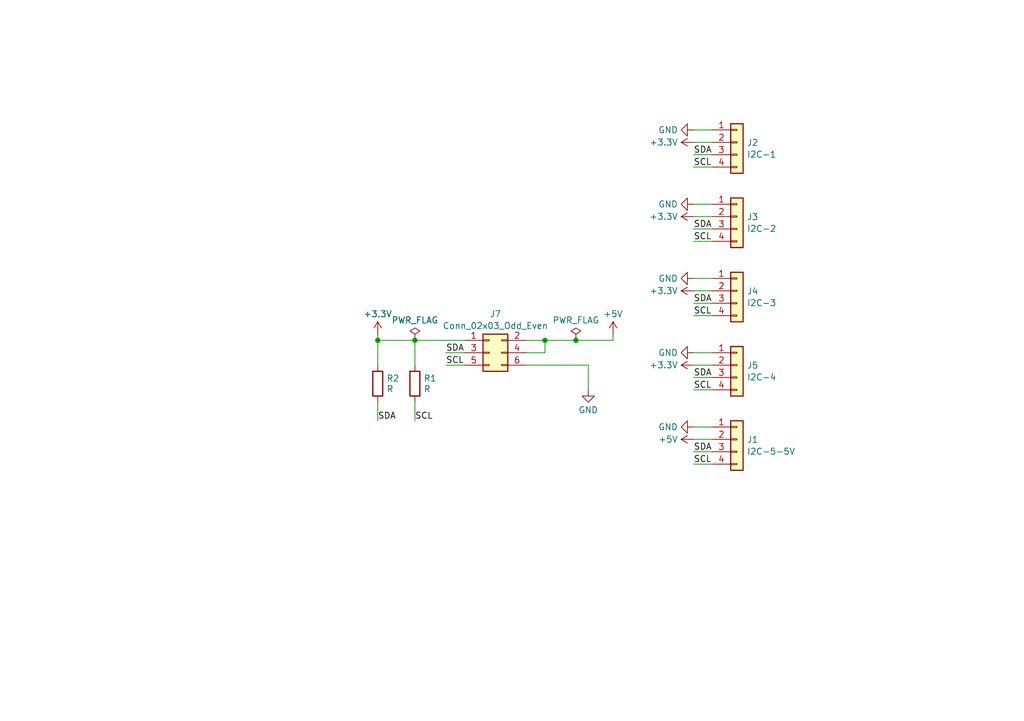
<source format=kicad_sch>
(kicad_sch (version 20231120) (generator "eeschema") (generator_version "8.0")
  (paper "A5")
  (title_block (title "Raspberry Pi I2C Expander") (date "2024-03-20") (rev "0.1"))
  (lib_symbols
    (symbol "Connector_Generic:Conn_01x04" (pin_names (offset 1.016) hide)
      (property "Reference" "J" (at 0 5.08 0))
      (property "Value" "Conn_01x04" (at 0 -7.62 0))
      (symbol "Conn_01x04_1_1"
        (rectangle (start -1.27 -4.953) (end 0 -5.207) (stroke (width 0.1524)))
        (rectangle (start -1.27 -2.413) (end 0 -2.667) (stroke (width 0.1524)))
        (rectangle (start -1.27 0.127) (end 0 -0.127) (stroke (width 0.1524)))
        (rectangle (start -1.27 2.667) (end 0 2.413) (stroke (width 0.1524)))
        (rectangle (start -1.27 3.81) (end 1.27 -6.35) (stroke (width 0.254)) (fill (type background)))
        (pin passive line (at -5.08 2.54 0) (length 3.81) (name "Pin_1") (number "1"))
        (pin passive line (at -5.08 0 0) (length 3.81) (name "Pin_2") (number "2"))
        (pin passive line (at -5.08 -2.54 0) (length 3.81) (name "Pin_3") (number "3"))
        (pin passive line (at -5.08 -5.08 0) (length 3.81) (name "Pin_4") (number "4"))
      )
    )
    (symbol "Connector_Generic:Conn_02x03_Odd_Even" (pin_names (offset 1.016) hide)
      (property "Reference" "J" (at 1.27 5.08 0))
      (property "Value" "Conn_02x03_Odd_Even" (at 1.27 -5.08 0))
      (symbol "Conn_02x03_Odd_Even_1_1"
        (rectangle (start -1.27 -2.413) (end 0 -2.667) (stroke (width 0.1524)))
        (rectangle (start -1.27 0.127) (end 0 -0.127) (stroke (width 0.1524)))
        (rectangle (start -1.27 2.667) (end 0 2.413) (stroke (width 0.1524)))
        (rectangle (start -1.27 3.81) (end 3.81 -3.81) (stroke (width 0.254)) (fill (type background)))
        (rectangle (start 3.81 -2.413) (end 2.54 -2.667) (stroke (width 0.1524)))
        (rectangle (start 3.81 0.127) (end 2.54 -0.127) (stroke (width 0.1524)))
        (rectangle (start 3.81 2.667) (end 2.54 2.413) (stroke (width 0.1524)))
        (pin passive line (at -5.08 2.54 0) (length 3.81) (name "Pin_1") (number "1"))
        (pin passive line (at 7.62 2.54 180) (length 3.81) (name "Pin_2") (number "2"))
        (pin passive line (at -5.08 0 0) (length 3.81) (name "Pin_3") (number "3"))
        (pin passive line (at 7.62 0 180) (length 3.81) (name "Pin_4") (number "4"))
        (pin passive line (at -5.08 -2.54 0) (length 3.81) (name "Pin_5") (number "5"))
        (pin passive line (at 7.62 -2.54 180) (length 3.81) (name "Pin_6") (number "6"))
      )
    )
    (symbol "Device:R" (pin_numbers hide) (pin_names (offset 0))
      (property "Reference" "R" (at 2.032 0 90))
      (property "Value" "R" (at 0 0 90))
      (symbol "R_0_1"
        (rectangle (start -1.016 -2.54) (end 1.016 2.54) (stroke (width 0.254)))
      )
      (symbol "R_1_1"
        (pin passive line (at 0 3.81 270) (length 1.27) (name "~") (number "1"))
        (pin passive line (at 0 -3.81 90) (length 1.27) (name "~") (number "2"))
      )
    )
    (symbol "power:+3.3V" (power) (pin_numbers hide) (pin_names (offset 0) hide)
      (property "Value" "+3.3V" (at 0 3.556 0))
      (symbol "+3.3V_0_1"
        (polyline (pts (xy -0.762 1.27) (xy 0 2.54)))
        (polyline (pts (xy 0 0) (xy 0 2.54)))
        (polyline (pts (xy 0 2.54) (xy 0.762 1.27)))
      )
      (symbol "+3.3V_1_1"
        (pin power_in line (at 0 0 90) (length 0) (name "~") (number "1"))
      )
    )
    (symbol "power:+5V" (power) (pin_numbers hide) (pin_names (offset 0) hide)
      (property "Value" "+5V" (at 0 3.556 0))
      (symbol "+5V_0_1"
        (polyline (pts (xy -0.762 1.27) (xy 0 2.54)))
        (polyline (pts (xy 0 0) (xy 0 2.54)))
        (polyline (pts (xy 0 2.54) (xy 0.762 1.27)))
      )
      (symbol "+5V_1_1"
        (pin power_in line (at 0 0 90) (length 0) (name "~") (number "1"))
      )
    )
    (symbol "power:GND" (power) (pin_numbers hide) (pin_names (offset 0) hide)
      (property "Value" "GND" (at 0 -3.81 0))
      (symbol "GND_0_1"
        (polyline (pts (xy 0 0) (xy 0 -1.27) (xy 1.27 -1.27) (xy 0 -2.54) (xy -1.27 -1.27) (xy 0 -1.27)))
      )
      (symbol "GND_1_1"
        (pin power_in line (at 0 0 270) (length 0) (name "~") (number "1"))
      )
    )
    (symbol "power:PWR_FLAG" (power) (pin_numbers hide) (pin_names (offset 0) hide)
      (property "Value" "PWR_FLAG" (at 0 3.81 0))
      (symbol "PWR_FLAG_0_0"
        (pin power_out line (at 0 0 90) (length 0) (name "~") (number "1"))
      )
      (symbol "PWR_FLAG_0_1"
        (polyline (pts (xy 0 0) (xy 0 1.27) (xy -1.016 1.905) (xy 0 2.54) (xy 1.016 1.905) (xy 0 1.27)))
      )
    )
  )
  (junction (at 77.47 69.85))
  (junction (at 118.11 69.85))
  (junction (at 111.76 69.85))
  (junction (at 85.09 69.85))
  (wire (pts (xy 85.09 69.85) (xy 77.47 69.85)))
  (wire (pts (xy 111.76 72.39) (xy 111.76 69.85)))
  (wire (pts (xy 142.24 31.75) (xy 146.05 31.75)))
  (wire (pts (xy 120.65 74.93) (xy 107.95 74.93)))
  (wire (pts (xy 142.24 77.47) (xy 146.05 77.47)))
  (wire (pts (xy 142.24 26.67) (xy 146.05 26.67)))
  (wire (pts (xy 142.24 29.21) (xy 146.05 29.21)))
  (wire (pts (xy 142.24 74.93) (xy 146.05 74.93)))
  (wire (pts (xy 142.24 72.39) (xy 146.05 72.39)))
  (wire (pts (xy 142.24 46.99) (xy 146.05 46.99)))
  (wire (pts (xy 142.24 62.23) (xy 146.05 62.23)))
  (wire (pts (xy 77.47 69.85) (xy 77.47 74.93)))
  (wire (pts (xy 142.24 41.91) (xy 146.05 41.91)))
  (wire (pts (xy 91.44 74.93) (xy 95.25 74.93)))
  (wire (pts (xy 120.65 80.01) (xy 120.65 74.93)))
  (wire (pts (xy 142.24 87.63) (xy 146.05 87.63)))
  (wire (pts (xy 142.24 57.15) (xy 146.05 57.15)))
  (wire (pts (xy 85.09 69.85) (xy 95.25 69.85)))
  (wire (pts (xy 142.24 92.71) (xy 146.05 92.71)))
  (wire (pts (xy 85.09 86.36) (xy 85.09 82.55)))
  (wire (pts (xy 142.24 44.45) (xy 146.05 44.45)))
  (wire (pts (xy 142.24 64.77) (xy 146.05 64.77)))
  (wire (pts (xy 118.11 69.85) (xy 125.73 69.85)))
  (wire (pts (xy 142.24 95.25) (xy 146.05 95.25)))
  (wire (pts (xy 111.76 69.85) (xy 118.11 69.85)))
  (wire (pts (xy 142.24 59.69) (xy 146.05 59.69)))
  (wire (pts (xy 142.24 34.29) (xy 146.05 34.29)))
  (wire (pts (xy 107.95 72.39) (xy 111.76 72.39)))
  (wire (pts (xy 125.73 69.85) (xy 125.73 68.58)))
  (wire (pts (xy 77.47 69.85) (xy 77.47 68.58)))
  (wire (pts (xy 85.09 69.85) (xy 85.09 74.93)))
  (wire (pts (xy 77.47 86.36) (xy 77.47 82.55)))
  (wire (pts (xy 142.24 90.17) (xy 146.05 90.17)))
  (wire (pts (xy 91.44 72.39) (xy 95.25 72.39)))
  (wire (pts (xy 142.24 49.53) (xy 146.05 49.53)))
  (wire (pts (xy 142.24 80.01) (xy 146.05 80.01)))
  (wire (pts (xy 107.95 69.85) (xy 111.76 69.85)))
  (label "SDA" (at 142.24 62.23 0))
  (label "SCL" (at 142.24 64.77 0))
  (label "SDA" (at 142.24 92.71 0))
  (label "SCL" (at 142.24 49.53 0))
  (label "SCL" (at 142.24 80.01 0))
  (label "SCL" (at 85.09 86.36 0))
  (label "SDA" (at 142.24 31.75 0))
  (label "SCL" (at 142.24 95.25 0))
  (label "SDA" (at 142.24 77.47 0))
  (label "SCL" (at 142.24 34.29 0))
  (label "SDA" (at 91.44 72.39 0))
  (label "SDA" (at 77.47 86.36 0))
  (label "SDA" (at 142.24 46.99 0))
  (label "SCL" (at 91.44 74.93 0))
  (symbol (lib_id "power:+5V") (at 125.73 68.58 0) (unit 1)
    (property "Reference" "#PWR02" (effects (hide yes)))
    (property "Value" "+5V" (at 125.73 64.4469 0))
    (property "Description" "Power symbol creates a global label with name \"+5V\"" (effects (hide yes)))
  )
  (symbol (lib_id "power:+3.3V") (at 142.24 59.69 90) (unit 1)
    (property "Reference" "#PWR09" (effects (hide yes)))
    (property "Value" "+3.3V" (at 139.065 59.69 90) (effects (justify left)))
    (property "Description" "Power symbol creates a global label with name \"+3.3V\"" (effects (hide yes)))
  )
  (symbol (lib_id "power:GND") (at 142.24 72.39 270) (unit 1)
    (property "Reference" "#PWR010" (effects (hide yes)))
    (property "Value" "GND" (at 139.0651 72.39 90) (effects (justify right)))
    (property "Description" "Power symbol creates a global label with name \"GND\" , ground" (effects (hide yes)))
  )
  (symbol (lib_id "power:GND") (at 142.24 57.15 270) (unit 1)
    (property "Reference" "#PWR08" (effects (hide yes)))
    (property "Value" "GND" (at 139.0651 57.15 90) (effects (justify right)))
    (property "Description" "Power symbol creates a global label with name \"GND\" , ground" (effects (hide yes)))
  )
  (symbol (lib_id "power:+3.3V") (at 142.24 74.93 90) (unit 1)
    (property "Reference" "#PWR011" (effects (hide yes)))
    (property "Value" "+3.3V" (at 139.065 74.93 90) (effects (justify left)))
    (property "Description" "Power symbol creates a global label with name \"+3.3V\"" (effects (hide yes)))
  )
  (symbol (lib_id "Connector_Generic:Conn_01x04") (at 151.13 44.45 0) (unit 1)
    (property "Reference" "J3" (at 153.162 44.5078 0) (effects (justify left)))
    (property "Value" "I2C-2" (at 153.162 46.9321 0) (effects (justify left)))
    (property "Footprint" "Connector_PinHeader_2.54mm:PinHeader_1x04_P2.54mm_Vertical" (effects (hide yes)))
    (property "Description" "Generic connector, single row, 01x04, script generated (kicad-library-utils/schlib/autogen/connector/)" (effects (hide yes)))
  )
  (symbol (lib_id "power:GND") (at 142.24 41.91 270) (unit 1)
    (property "Reference" "#PWR06" (effects (hide yes)))
    (property "Value" "GND" (at 139.0651 41.91 90) (effects (justify right)))
    (property "Description" "Power symbol creates a global label with name \"GND\" , ground" (effects (hide yes)))
  )
  (symbol (lib_id "power:GND") (at 142.24 87.63 270) (unit 1)
    (property "Reference" "#PWR012" (effects (hide yes)))
    (property "Value" "GND" (at 139.0651 87.63 90) (effects (justify right)))
    (property "Description" "Power symbol creates a global label with name \"GND\" , ground" (effects (hide yes)))
  )
  (symbol (lib_id "Device:R") (at 85.09 78.74 0) (unit 1)
    (property "Reference" "R1" (at 86.868 77.6462 0) (effects (justify left)))
    (property "Value" "R" (at 86.868 79.8337 0) (effects (justify left)))
    (property "Footprint" "Resistor_SMD:R_0805_2012Metric_Pad1.20x1.40mm_HandSolder" (effects (hide yes)))
    (property "Description" "Resistor" (effects (hide yes)))
  )
  (symbol (lib_id "power:+3.3V") (at 142.24 29.21 90) (unit 1)
    (property "Reference" "#PWR05" (effects (hide yes)))
    (property "Value" "+3.3V" (at 139.065 29.21 90) (effects (justify left)))
    (property "Description" "Power symbol creates a global label with name \"+3.3V\"" (effects (hide yes)))
  )
  (symbol (lib_id "power:PWR_FLAG") (at 118.11 69.85 0) (unit 1)
    (property "Reference" "#FLG02" (effects (hide yes)))
    (property "Value" "PWR_FLAG" (at 118.11 65.7169 0))
    (property "Description" "Special symbol for telling ERC where power comes from" (effects (hide yes)))
  )
  (symbol (lib_id "Connector_Generic:Conn_01x04") (at 151.13 29.21 0) (unit 1)
    (property "Reference" "J2" (at 153.162 29.2678 0) (effects (justify left)))
    (property "Value" "I2C-1" (at 153.162 31.6921 0) (effects (justify left)))
    (property "Footprint" "Connector_PinHeader_2.54mm:PinHeader_1x04_P2.54mm_Vertical" (effects (hide yes)))
    (property "Description" "Generic connector, single row, 01x04, script generated (kicad-library-utils/schlib/autogen/connector/)" (effects (hide yes)))
  )
  (symbol (lib_id "power:+3.3V") (at 142.24 44.45 90) (unit 1)
    (property "Reference" "#PWR07" (effects (hide yes)))
    (property "Value" "+3.3V" (at 139.065 44.45 90) (effects (justify left)))
    (property "Description" "Power symbol creates a global label with name \"+3.3V\"" (effects (hide yes)))
  )
  (symbol (lib_id "power:GND") (at 142.24 26.67 270) (unit 1)
    (property "Reference" "#PWR04" (effects (hide yes)))
    (property "Value" "GND" (at 139.0651 26.67 90) (effects (justify right)))
    (property "Description" "Power symbol creates a global label with name \"GND\" , ground" (effects (hide yes)))
  )
  (symbol (lib_id "Connector_Generic:Conn_01x04") (at 151.13 59.69 0) (unit 1)
    (property "Reference" "J4" (at 153.162 59.7478 0) (effects (justify left)))
    (property "Value" "I2C-3" (at 153.162 62.1721 0) (effects (justify left)))
    (property "Footprint" "Connector_PinHeader_2.54mm:PinHeader_1x04_P2.54mm_Vertical" (effects (hide yes)))
    (property "Description" "Generic connector, single row, 01x04, script generated (kicad-library-utils/schlib/autogen/connector/)" (effects (hide yes)))
  )
  (symbol (lib_id "power:+3.3V") (at 77.47 68.58 0) (unit 1)
    (property "Reference" "#PWR01" (effects (hide yes)))
    (property "Value" "+3.3V" (at 77.47 64.4469 0))
    (property "Description" "Power symbol creates a global label with name \"+3.3V\"" (effects (hide yes)))
  )
  (symbol (lib_id "Connector_Generic:Conn_01x04") (at 151.13 90.17 0) (unit 1)
    (property "Reference" "J1" (at 153.162 90.2278 0) (effects (justify left)))
    (property "Value" "I2C-5-5V" (at 153.162 92.6521 0) (effects (justify left)))
    (property "Footprint" "Connector_PinHeader_2.54mm:PinHeader_1x04_P2.54mm_Vertical" (effects (hide yes)))
    (property "Description" "Generic connector, single row, 01x04, script generated (kicad-library-utils/schlib/autogen/connector/)" (effects (hide yes)))
  )
  (symbol (lib_id "Device:R") (at 77.47 78.74 0) (unit 1)
    (property "Reference" "R2" (at 79.248 77.6462 0) (effects (justify left)))
    (property "Value" "R" (at 79.248 79.8337 0) (effects (justify left)))
    (property "Footprint" "Resistor_SMD:R_0805_2012Metric_Pad1.20x1.40mm_HandSolder" (effects (hide yes)))
    (property "Description" "Resistor" (effects (hide yes)))
  )
  (symbol (lib_id "power:+5V") (at 142.24 90.17 90) (unit 1)
    (property "Reference" "#PWR013" (effects (hide yes)))
    (property "Value" "+5V" (at 139.0651 90.17 90) (effects (justify left)))
    (property "Description" "Power symbol creates a global label with name \"+5V\"" (effects (hide yes)))
  )
  (symbol (lib_id "power:GND") (at 120.65 80.01 0) (unit 1)
    (property "Reference" "#PWR03" (effects (hide yes)))
    (property "Value" "GND" (at 120.65 84.1431 0))
    (property "Description" "Power symbol creates a global label with name \"GND\" , ground" (effects (hide yes)))
  )
  (symbol (lib_id "Connector_Generic:Conn_01x04") (at 151.13 74.93 0) (unit 1)
    (property "Reference" "J5" (at 153.162 74.9878 0) (effects (justify left)))
    (property "Value" "I2C-4" (at 153.162 77.4121 0) (effects (justify left)))
    (property "Footprint" "Connector_PinHeader_2.54mm:PinHeader_1x04_P2.54mm_Vertical" (effects (hide yes)))
    (property "Description" "Generic connector, single row, 01x04, script generated (kicad-library-utils/schlib/autogen/connector/)" (effects (hide yes)))
  )
  (symbol (lib_id "power:PWR_FLAG") (at 85.09 69.85 0) (unit 1)
    (property "Reference" "#FLG01" (effects (hide yes)))
    (property "Value" "PWR_FLAG" (at 85.09 65.7169 0))
    (property "Description" "Special symbol for telling ERC where power comes from" (effects (hide yes)))
  )
  (symbol (lib_id "Connector_Generic:Conn_02x03_Odd_Even") (at 100.33 72.39 0) (unit 1)
    (property "Reference" "J7" (at 101.6 64.4355 0))
    (property "Value" "Conn_02x03_Odd_Even" (at 101.6 66.8598 0))
    (property "Footprint" "Connector_PinSocket_2.54mm:PinSocket_2x03_P2.54mm_Vertical" (effects (hide yes)))
    (property "Description" "Generic connector, double row, 02x03, odd/even pin numbering scheme (row 1 odd numbers, row 2 even numbers), script generated (kicad-library-utils/schlib/autogen/connector/)" (effects (hide yes)))
  )
)
</source>
